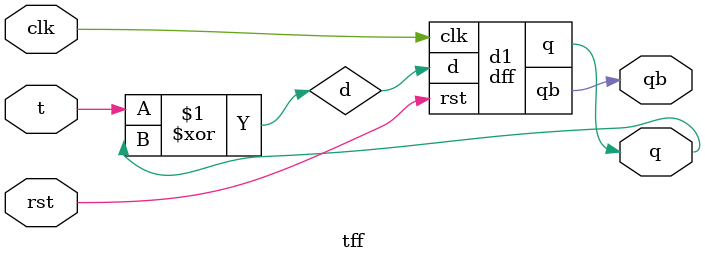
<source format=v>
`timescale 1ns / 1ps
module dff(clk,d,rst,q,qb);
input clk,d,rst;
output reg q;
output qb;
always@(posedge clk )
begin
if(rst)
q <= 1'b0;
else
q <= d;
end 
assign qb = ~q;
endmodule 
module tff(clk,t,rst,q,qb);
input clk,t,rst;
output q,qb;
wire d;
assign d = t^q;
dff d1(.d(d),.clk(clk),.rst(rst),.q(q),.qb(qb));
endmodule		 




</source>
